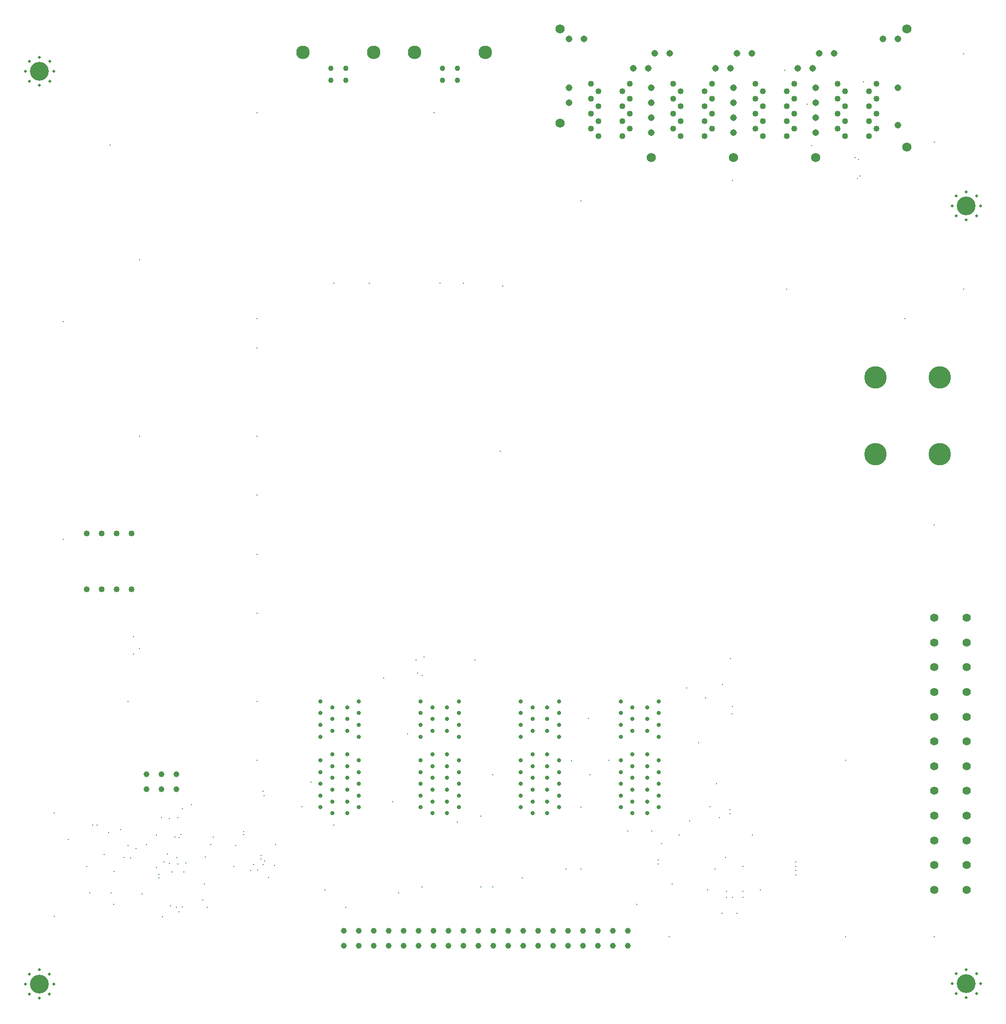
<source format=gbr>
%TF.GenerationSoftware,KiCad,Pcbnew,5.1.8*%
%TF.CreationDate,2020-12-18T22:11:15+01:00*%
%TF.ProjectId,atx,6174782e-6b69-4636-9164-5f7063625858,rev?*%
%TF.SameCoordinates,Original*%
%TF.FileFunction,Plated,1,4,PTH,Drill*%
%TF.FilePolarity,Positive*%
%FSLAX46Y46*%
G04 Gerber Fmt 4.6, Leading zero omitted, Abs format (unit mm)*
G04 Created by KiCad (PCBNEW 5.1.8) date 2020-12-18 22:11:15*
%MOMM*%
%LPD*%
G01*
G04 APERTURE LIST*
%TA.AperFunction,ViaDrill*%
%ADD10C,0.200000*%
%TD*%
%TA.AperFunction,ComponentDrill*%
%ADD11C,0.500000*%
%TD*%
%TA.AperFunction,ComponentDrill*%
%ADD12C,0.720000*%
%TD*%
%TA.AperFunction,ComponentDrill*%
%ADD13C,0.920000*%
%TD*%
%TA.AperFunction,ComponentDrill*%
%ADD14C,1.000000*%
%TD*%
%TA.AperFunction,ComponentDrill*%
%ADD15C,1.016000*%
%TD*%
%TA.AperFunction,ComponentDrill*%
%ADD16C,1.020000*%
%TD*%
%TA.AperFunction,ComponentDrill*%
%ADD17C,1.143000*%
%TD*%
%TA.AperFunction,ComponentDrill*%
%ADD18C,1.400000*%
%TD*%
%TA.AperFunction,ComponentDrill*%
%ADD19C,1.574800*%
%TD*%
%TA.AperFunction,ComponentDrill*%
%ADD20C,2.300000*%
%TD*%
%TA.AperFunction,ComponentDrill*%
%ADD21C,3.200000*%
%TD*%
%TA.AperFunction,ComponentDrill*%
%ADD22C,3.810000*%
%TD*%
G04 APERTURE END LIST*
D10*
X8500000Y-136000000D03*
X8500000Y-153500000D03*
X10000000Y-52500000D03*
X10000000Y-89500000D03*
X10900000Y-140500000D03*
X14000000Y-145000000D03*
X14500000Y-149500000D03*
X15000000Y-138000000D03*
X15750000Y-138000000D03*
X17000000Y-143000000D03*
X17750000Y-139250000D03*
X18000000Y-22500000D03*
X18200000Y-149500000D03*
X18600000Y-151500000D03*
X18700000Y-145900000D03*
X19800000Y-138800000D03*
X20400000Y-143500000D03*
X21000000Y-117000000D03*
X21000000Y-141500000D03*
X21463951Y-143602410D03*
X22000000Y-106000000D03*
X22000000Y-109000000D03*
X22402410Y-141994742D03*
X23000000Y-42000000D03*
X23000000Y-72000000D03*
X23000000Y-108000000D03*
X23400000Y-149700000D03*
X24200000Y-141300000D03*
X25900000Y-139700000D03*
X25900000Y-145200000D03*
X26300000Y-146375000D03*
X26300000Y-147025000D03*
X26700000Y-136700000D03*
X26900000Y-153600000D03*
X27100000Y-144300000D03*
X27702410Y-142900000D03*
X28100000Y-136900000D03*
X28100000Y-144500000D03*
X28250000Y-151750000D03*
X28500000Y-145952410D03*
X29008361Y-140003477D03*
X29250000Y-152000000D03*
X29300000Y-143500000D03*
X29500000Y-136700000D03*
X29500000Y-144600000D03*
X29700000Y-140100000D03*
X29700000Y-152752401D03*
X30038547Y-139622986D03*
X30250000Y-135250000D03*
X30300000Y-151900000D03*
X30500000Y-145952410D03*
X30900000Y-144447590D03*
X31750000Y-134500000D03*
X33700000Y-150700000D03*
X33991566Y-147990569D03*
X34150000Y-143450000D03*
X34500000Y-152000000D03*
X35100000Y-141300000D03*
X35500000Y-140000000D03*
X39000000Y-145000000D03*
X39300000Y-141500000D03*
X40700000Y-139087944D03*
X40700000Y-139640357D03*
X41900000Y-145700000D03*
X42409965Y-144739931D03*
X43000000Y-17000000D03*
X43000000Y-52000000D03*
X43000000Y-57000000D03*
X43000000Y-72000000D03*
X43000000Y-82000000D03*
X43000000Y-92000000D03*
X43000000Y-102000000D03*
X43000000Y-117000000D03*
X43000000Y-127000000D03*
X43044742Y-145644742D03*
X43654735Y-143726152D03*
X43657232Y-143173746D03*
X44024013Y-144665470D03*
X44025000Y-132250000D03*
X44125000Y-133000000D03*
X44208671Y-144135888D03*
X44899812Y-146895179D03*
X45900000Y-144900000D03*
X46100000Y-141280718D03*
X50600000Y-134900000D03*
X52069355Y-130720129D03*
X54500000Y-149000000D03*
X56000000Y-46000000D03*
X56000000Y-138000000D03*
X58000000Y-152000000D03*
X62000000Y-46000000D03*
X64500000Y-113000000D03*
X66000000Y-134000000D03*
X67000000Y-149500000D03*
X68500000Y-122500000D03*
X69943807Y-109950089D03*
X70200000Y-112200000D03*
X71000000Y-112600000D03*
X71000000Y-148500000D03*
X71366233Y-109502410D03*
X73000000Y-17000000D03*
X74000000Y-46000000D03*
X77000000Y-137500000D03*
X78000000Y-46000000D03*
X80000000Y-110000000D03*
X81000000Y-136500000D03*
X81000000Y-148500000D03*
X83000000Y-129500000D03*
X83000000Y-148500000D03*
X84250000Y-74500000D03*
X84750000Y-46500000D03*
X88000000Y-147000000D03*
X95500000Y-145500000D03*
X96360000Y-127060000D03*
X98000000Y-32000000D03*
X98000000Y-135000000D03*
X98000000Y-145500000D03*
X99240000Y-119920000D03*
X99500000Y-129500000D03*
X102710000Y-126980000D03*
X106000000Y-139000000D03*
X107500000Y-151500000D03*
X110000000Y-139000000D03*
X111100000Y-143977400D03*
X111100000Y-144627400D03*
X111700000Y-141100000D03*
X113000000Y-157000000D03*
X113500000Y-148000000D03*
X114700000Y-139700000D03*
X115970000Y-114760000D03*
X116500000Y-137300000D03*
X118000000Y-124000000D03*
X119130000Y-116440000D03*
X119500000Y-149000000D03*
X119900000Y-134900000D03*
X120750000Y-145500000D03*
X121000000Y-131000000D03*
X121500000Y-136700000D03*
X122000000Y-153000000D03*
X122020000Y-114150000D03*
X122520000Y-143500000D03*
X122750000Y-149250000D03*
X122750000Y-150250000D03*
X123300000Y-135375000D03*
X123300000Y-136025000D03*
X123420000Y-109750000D03*
X123680000Y-119140000D03*
X123700000Y-117880000D03*
X123750000Y-28500000D03*
X123750000Y-150250000D03*
X124500000Y-153000000D03*
X125500000Y-145000000D03*
X125500000Y-149250000D03*
X125500000Y-150250000D03*
X127100000Y-139700000D03*
X128500000Y-149000000D03*
X132600000Y-9800000D03*
X133000000Y-47000000D03*
X134500000Y-144250000D03*
X134500000Y-145000000D03*
X134500000Y-145750000D03*
X134500000Y-146500000D03*
X136400000Y-15600000D03*
X137200000Y-22600000D03*
X143000000Y-127000000D03*
X143000000Y-157000000D03*
X144600000Y-24600000D03*
X145004697Y-28195303D03*
X145200000Y-25000000D03*
X145395303Y-27804697D03*
X146000000Y-11800000D03*
X153000000Y-52000000D03*
X158000000Y-22000000D03*
X158000000Y-87000000D03*
X158000000Y-157000000D03*
X163000000Y-7000000D03*
X163000000Y-47000000D03*
D11*
%TO.C,H4*%
X3600000Y-165000000D03*
X4302944Y-163302944D03*
X4302944Y-166697056D03*
X6000000Y-162600000D03*
X6000000Y-167400000D03*
X7697056Y-163302944D03*
X7697056Y-166697056D03*
X8400000Y-165000000D03*
%TO.C,H3*%
X161090000Y-164940000D03*
X161792944Y-163242944D03*
X161792944Y-166637056D03*
X163490000Y-162540000D03*
X163490000Y-167340000D03*
X165187056Y-163242944D03*
X165187056Y-166637056D03*
X165890000Y-164940000D03*
%TO.C,H2*%
X161090000Y-32860000D03*
X161792944Y-31162944D03*
X161792944Y-34557056D03*
X163490000Y-30460000D03*
X163490000Y-35260000D03*
X165187056Y-31162944D03*
X165187056Y-34557056D03*
X165890000Y-32860000D03*
%TO.C,H1*%
X3610000Y-10000000D03*
X4312944Y-8302944D03*
X4312944Y-11697056D03*
X6010000Y-7600000D03*
X6010000Y-12400000D03*
X7707056Y-8302944D03*
X7707056Y-11697056D03*
X8410000Y-10000000D03*
D12*
%TO.C,W2*%
X87750000Y-117000000D03*
X87750000Y-119000000D03*
X87750000Y-121000000D03*
X87750000Y-123000000D03*
X87750000Y-127000000D03*
X87750000Y-129000000D03*
X87750000Y-131000000D03*
X87750000Y-133000000D03*
X87750000Y-135000000D03*
X89750000Y-118000000D03*
X89750000Y-120000000D03*
X89750000Y-122000000D03*
X89750000Y-126000000D03*
X89750000Y-128000000D03*
X89750000Y-130000000D03*
X89750000Y-132000000D03*
X89750000Y-134000000D03*
X89750000Y-136000000D03*
X92250000Y-118000000D03*
X92250000Y-120000000D03*
X92250000Y-122000000D03*
X92250000Y-126000000D03*
X92250000Y-128000000D03*
X92250000Y-130000000D03*
X92250000Y-132000000D03*
X92250000Y-134000000D03*
X92250000Y-136000000D03*
X94250000Y-117000000D03*
X94250000Y-119000000D03*
X94250000Y-121000000D03*
X94250000Y-123000000D03*
X94250000Y-127000000D03*
X94250000Y-129000000D03*
X94250000Y-131000000D03*
X94250000Y-133000000D03*
X94250000Y-135000000D03*
%TO.C,W3*%
X70750000Y-117000000D03*
X70750000Y-119000000D03*
X70750000Y-121000000D03*
X70750000Y-123000000D03*
X70750000Y-127000000D03*
X70750000Y-129000000D03*
X70750000Y-131000000D03*
X70750000Y-133000000D03*
X70750000Y-135000000D03*
X72750000Y-118000000D03*
X72750000Y-120000000D03*
X72750000Y-122000000D03*
X72750000Y-126000000D03*
X72750000Y-128000000D03*
X72750000Y-130000000D03*
X72750000Y-132000000D03*
X72750000Y-134000000D03*
X72750000Y-136000000D03*
X75250000Y-118000000D03*
X75250000Y-120000000D03*
X75250000Y-122000000D03*
X75250000Y-126000000D03*
X75250000Y-128000000D03*
X75250000Y-130000000D03*
X75250000Y-132000000D03*
X75250000Y-134000000D03*
X75250000Y-136000000D03*
X77250000Y-117000000D03*
X77250000Y-119000000D03*
X77250000Y-121000000D03*
X77250000Y-123000000D03*
X77250000Y-127000000D03*
X77250000Y-129000000D03*
X77250000Y-131000000D03*
X77250000Y-133000000D03*
X77250000Y-135000000D03*
%TO.C,W4*%
X53750000Y-117000000D03*
X53750000Y-119000000D03*
X53750000Y-121000000D03*
X53750000Y-123000000D03*
X53750000Y-127000000D03*
X53750000Y-129000000D03*
X53750000Y-131000000D03*
X53750000Y-133000000D03*
X53750000Y-135000000D03*
X55750000Y-118000000D03*
X55750000Y-120000000D03*
X55750000Y-122000000D03*
X55750000Y-126000000D03*
X55750000Y-128000000D03*
X55750000Y-130000000D03*
X55750000Y-132000000D03*
X55750000Y-134000000D03*
X55750000Y-136000000D03*
X58250000Y-118000000D03*
X58250000Y-120000000D03*
X58250000Y-122000000D03*
X58250000Y-126000000D03*
X58250000Y-128000000D03*
X58250000Y-130000000D03*
X58250000Y-132000000D03*
X58250000Y-134000000D03*
X58250000Y-136000000D03*
X60250000Y-117000000D03*
X60250000Y-119000000D03*
X60250000Y-121000000D03*
X60250000Y-123000000D03*
X60250000Y-127000000D03*
X60250000Y-129000000D03*
X60250000Y-131000000D03*
X60250000Y-133000000D03*
X60250000Y-135000000D03*
%TO.C,W1*%
X104750000Y-117000000D03*
X104750000Y-119000000D03*
X104750000Y-121000000D03*
X104750000Y-123000000D03*
X104750000Y-127000000D03*
X104750000Y-129000000D03*
X104750000Y-131000000D03*
X104750000Y-133000000D03*
X104750000Y-135000000D03*
X106750000Y-118000000D03*
X106750000Y-120000000D03*
X106750000Y-122000000D03*
X106750000Y-126000000D03*
X106750000Y-128000000D03*
X106750000Y-130000000D03*
X106750000Y-132000000D03*
X106750000Y-134000000D03*
X106750000Y-136000000D03*
X109250000Y-118000000D03*
X109250000Y-120000000D03*
X109250000Y-122000000D03*
X109250000Y-126000000D03*
X109250000Y-128000000D03*
X109250000Y-130000000D03*
X109250000Y-132000000D03*
X109250000Y-134000000D03*
X109250000Y-136000000D03*
X111250000Y-117000000D03*
X111250000Y-119000000D03*
X111250000Y-121000000D03*
X111250000Y-123000000D03*
X111250000Y-127000000D03*
X111250000Y-129000000D03*
X111250000Y-131000000D03*
X111250000Y-133000000D03*
X111250000Y-135000000D03*
D13*
%TO.C,J5*%
X55500000Y-9500000D03*
X55500000Y-11500000D03*
X58000000Y-9500000D03*
X58000000Y-11500000D03*
%TO.C,J7*%
X74500000Y-9500000D03*
X74500000Y-11500000D03*
X77000000Y-9500000D03*
X77000000Y-11500000D03*
D14*
%TO.C,J1*%
X57740000Y-156000000D03*
X57740000Y-158540000D03*
X60280000Y-156000000D03*
X60280000Y-158540000D03*
X62820000Y-156000000D03*
X62820000Y-158540000D03*
X65360000Y-156000000D03*
X65360000Y-158540000D03*
X67900000Y-156000000D03*
X67900000Y-158540000D03*
X70440000Y-156000000D03*
X70440000Y-158540000D03*
X72980000Y-156000000D03*
X72980000Y-158540000D03*
X75520000Y-156000000D03*
X75520000Y-158540000D03*
X78060000Y-156000000D03*
X78060000Y-158540000D03*
X80600000Y-156000000D03*
X80600000Y-158540000D03*
X83140000Y-156000000D03*
X83140000Y-158540000D03*
X85680000Y-156000000D03*
X85680000Y-158540000D03*
X88220000Y-156000000D03*
X88220000Y-158540000D03*
X90760000Y-156000000D03*
X90760000Y-158540000D03*
X93300000Y-156000000D03*
X93300000Y-158540000D03*
X95840000Y-156000000D03*
X95840000Y-158540000D03*
X98380000Y-156000000D03*
X98380000Y-158540000D03*
X100920000Y-156000000D03*
X100920000Y-158540000D03*
X103460000Y-156000000D03*
X103460000Y-158540000D03*
X106000000Y-156000000D03*
X106000000Y-158540000D03*
%TO.C,J4*%
X24170000Y-129400000D03*
X24170000Y-131940000D03*
X26710000Y-129400000D03*
X26710000Y-131940000D03*
X29250000Y-129400000D03*
X29250000Y-131940000D03*
D15*
%TO.C,J2*%
X99653000Y-12069000D03*
X99653000Y-14609000D03*
X99653000Y-17149000D03*
X99653000Y-19689000D03*
X100923000Y-13339000D03*
X100923000Y-15879000D03*
X100923000Y-18419000D03*
X100923000Y-20959000D03*
X104987000Y-13339000D03*
X104987000Y-15879000D03*
X104987000Y-18419000D03*
X104987000Y-20959000D03*
X106257000Y-12069000D03*
X106257000Y-14609000D03*
X106257000Y-17149000D03*
X106257000Y-19689000D03*
X113623000Y-12069000D03*
X113623000Y-14609000D03*
X113623000Y-17149000D03*
X113623000Y-19689000D03*
X114893000Y-13339000D03*
X114893000Y-15879000D03*
X114893000Y-18419000D03*
X114893000Y-20959000D03*
X118957000Y-13339000D03*
X118957000Y-15879000D03*
X118957000Y-18419000D03*
X118957000Y-20959000D03*
X120227000Y-12069000D03*
X120227000Y-14609000D03*
X120227000Y-17149000D03*
X120227000Y-19689000D03*
X127593000Y-12069000D03*
X127593000Y-14609000D03*
X127593000Y-17149000D03*
X127593000Y-19689000D03*
X128863000Y-13339000D03*
X128863000Y-15879000D03*
X128863000Y-18419000D03*
X128863000Y-20959000D03*
X132927000Y-13339000D03*
X132927000Y-15879000D03*
X132927000Y-18419000D03*
X132927000Y-20959000D03*
X134197000Y-12069000D03*
X134197000Y-14609000D03*
X134197000Y-17149000D03*
X134197000Y-19689000D03*
X141563000Y-12069000D03*
X141563000Y-14609000D03*
X141563000Y-17149000D03*
X141563000Y-19689000D03*
X142833000Y-13339000D03*
X142833000Y-15879000D03*
X142833000Y-18419000D03*
X142833000Y-20959000D03*
X146897000Y-13339000D03*
X146897000Y-15879000D03*
X146897000Y-18419000D03*
X146897000Y-20959000D03*
X148167000Y-12069000D03*
X148167000Y-14609000D03*
X148167000Y-17149000D03*
X148167000Y-19689000D03*
D16*
%TO.C,M1*%
X14000000Y-98000000D03*
X16540000Y-98000000D03*
X19080000Y-98000000D03*
X21620000Y-98000000D03*
%TO.C,M2*%
X14000000Y-88500000D03*
X16540000Y-88500000D03*
X19080000Y-88500000D03*
X21620000Y-88500000D03*
D17*
%TO.C,J2*%
X95970000Y-4474400D03*
X95970000Y-12805600D03*
X95970000Y-15345600D03*
X98510000Y-4474400D03*
X106866600Y-9478200D03*
X109406600Y-9478200D03*
X109940000Y-12805600D03*
X109940000Y-15345600D03*
X109940000Y-17885600D03*
X109940000Y-20425600D03*
X110498800Y-6938200D03*
X113038800Y-6938200D03*
X120836600Y-9478200D03*
X123376600Y-9478200D03*
X123910000Y-12805600D03*
X123910000Y-15345600D03*
X123910000Y-17885600D03*
X123910000Y-20425600D03*
X124468800Y-6938200D03*
X127008800Y-6938200D03*
X134806600Y-9478200D03*
X137346600Y-9478200D03*
X137880000Y-12805600D03*
X137880000Y-15345600D03*
X137880000Y-17885600D03*
X137880000Y-20425600D03*
X138438800Y-6938200D03*
X140978800Y-6938200D03*
X149310000Y-4474400D03*
X151850000Y-4474400D03*
X151850000Y-12805600D03*
X151850000Y-19155600D03*
D18*
%TO.C,J3*%
X158000000Y-102800000D03*
X158000000Y-107000000D03*
X158000000Y-111200000D03*
X158000000Y-115400000D03*
X158000000Y-119600000D03*
X158000000Y-123800000D03*
X158000000Y-128000000D03*
X158000000Y-132200000D03*
X158000000Y-136400000D03*
X158000000Y-140600000D03*
X158000000Y-144800000D03*
X158000000Y-149000000D03*
X163500000Y-102800000D03*
X163500000Y-107000000D03*
X163500000Y-111200000D03*
X163500000Y-115400000D03*
X163500000Y-119600000D03*
X163500000Y-123800000D03*
X163500000Y-128000000D03*
X163500000Y-132200000D03*
X163500000Y-136400000D03*
X163500000Y-140600000D03*
X163500000Y-144800000D03*
X163500000Y-149000000D03*
D19*
%TO.C,J2*%
X94446000Y-2798000D03*
X94446000Y-18800000D03*
X109940000Y-24642000D03*
X123910000Y-24642000D03*
X137880000Y-24642000D03*
X153374000Y-2798000D03*
X153374000Y-22864000D03*
D20*
%TO.C,J5*%
X50730000Y-6790000D03*
X62770000Y-6790000D03*
%TO.C,J7*%
X69730000Y-6790000D03*
X81770000Y-6790000D03*
D21*
%TO.C,H3*%
X163490000Y-164940000D03*
%TO.C,H2*%
X163490000Y-32860000D03*
%TO.C,H1*%
X6010000Y-10000000D03*
%TO.C,H4*%
X6000000Y-165000000D03*
D22*
%TO.C,TP3*%
X148000000Y-62000000D03*
%TO.C,TP4*%
X159000000Y-62000000D03*
%TO.C,TP2*%
X159000000Y-75000000D03*
%TO.C,TP1*%
X148000000Y-75000000D03*
M02*

</source>
